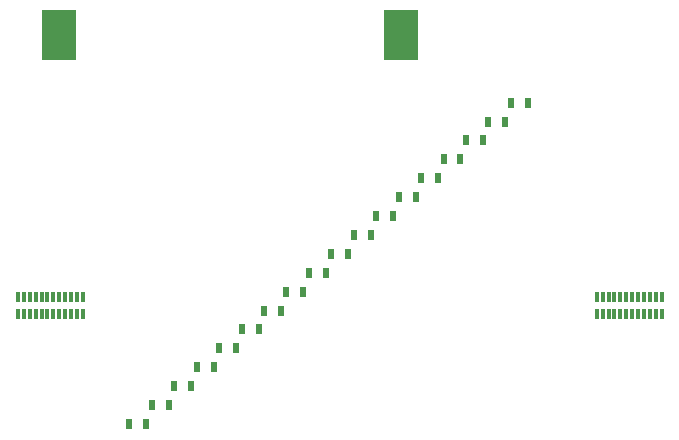
<source format=gbr>
%TF.GenerationSoftware,KiCad,Pcbnew,7.0.0-da2b9df05c~171~ubuntu22.04.1*%
%TF.CreationDate,2023-03-03T15:29:18-08:00*%
%TF.ProjectId,CAD,4341442e-6b69-4636-9164-5f7063625858,rev?*%
%TF.SameCoordinates,Original*%
%TF.FileFunction,Paste,Top*%
%TF.FilePolarity,Positive*%
%FSLAX46Y46*%
G04 Gerber Fmt 4.6, Leading zero omitted, Abs format (unit mm)*
G04 Created by KiCad (PCBNEW 7.0.0-da2b9df05c~171~ubuntu22.04.1) date 2023-03-03 15:29:18*
%MOMM*%
%LPD*%
G01*
G04 APERTURE LIST*
%ADD10R,0.300000X0.950013*%
%ADD11R,0.512132X0.950000*%
%ADD12R,3.000000X4.200000*%
G04 APERTURE END LIST*
D10*
%TO.C,J2*%
X161250926Y-117249935D03*
X161751053Y-117249935D03*
X162250926Y-117249935D03*
X162751053Y-117249935D03*
X163250926Y-117249935D03*
X163751053Y-117249935D03*
X164250926Y-117249935D03*
X164751053Y-117249935D03*
X165250926Y-117249935D03*
X165751053Y-117249935D03*
X166250926Y-117249935D03*
X166751053Y-117249935D03*
X166751079Y-118751587D03*
X166250952Y-118751587D03*
X165751079Y-118751587D03*
X165250952Y-118751587D03*
X164751079Y-118751587D03*
X164250952Y-118751587D03*
X163751079Y-118751587D03*
X163250952Y-118751587D03*
X162751079Y-118751587D03*
X162250952Y-118751587D03*
X161751079Y-118751587D03*
X161250952Y-118751587D03*
%TD*%
D11*
%TO.C,LED14*%
X147818933Y-107228570D03*
X146381065Y-107228570D03*
%TD*%
D12*
%TO.C,B1*%
X115714285Y-95142856D03*
X144714285Y-95142856D03*
%TD*%
D11*
%TO.C,LED12*%
X144018933Y-110428570D03*
X142581065Y-110428570D03*
%TD*%
%TO.C,LED13*%
X145918933Y-108828570D03*
X144481065Y-108828570D03*
%TD*%
%TO.C,LED4*%
X128818933Y-123228570D03*
X127381065Y-123228570D03*
%TD*%
%TO.C,LED11*%
X142118933Y-112028570D03*
X140681065Y-112028570D03*
%TD*%
%TO.C,LED1*%
X123118933Y-128028570D03*
X121681065Y-128028570D03*
%TD*%
%TO.C,LED6*%
X132618933Y-120028570D03*
X131181065Y-120028570D03*
%TD*%
%TO.C,LED17*%
X153518933Y-102428570D03*
X152081065Y-102428570D03*
%TD*%
%TO.C,LED7*%
X134518933Y-118428570D03*
X133081065Y-118428570D03*
%TD*%
%TO.C,LED3*%
X126918933Y-124828570D03*
X125481065Y-124828570D03*
%TD*%
%TO.C,LED10*%
X140218933Y-113628570D03*
X138781065Y-113628570D03*
%TD*%
D10*
%TO.C,J1*%
X112250926Y-117249935D03*
X112751053Y-117249935D03*
X113250926Y-117249935D03*
X113751053Y-117249935D03*
X114250926Y-117249935D03*
X114751053Y-117249935D03*
X115250926Y-117249935D03*
X115751053Y-117249935D03*
X116250926Y-117249935D03*
X116751053Y-117249935D03*
X117250926Y-117249935D03*
X117751053Y-117249935D03*
X117751079Y-118751587D03*
X117250952Y-118751587D03*
X116751079Y-118751587D03*
X116250952Y-118751587D03*
X115751079Y-118751587D03*
X115250952Y-118751587D03*
X114751079Y-118751587D03*
X114250952Y-118751587D03*
X113751079Y-118751587D03*
X113250952Y-118751587D03*
X112751079Y-118751587D03*
X112250952Y-118751587D03*
%TD*%
D11*
%TO.C,LED9*%
X138318933Y-115228570D03*
X136881065Y-115228570D03*
%TD*%
%TO.C,LED18*%
X155418933Y-100828570D03*
X153981065Y-100828570D03*
%TD*%
%TO.C,LED16*%
X151618933Y-104028570D03*
X150181065Y-104028570D03*
%TD*%
%TO.C,LED15*%
X149718933Y-105628570D03*
X148281065Y-105628570D03*
%TD*%
%TO.C,LED8*%
X136418933Y-116828570D03*
X134981065Y-116828570D03*
%TD*%
%TO.C,LED2*%
X125018933Y-126428570D03*
X123581065Y-126428570D03*
%TD*%
%TO.C,LED5*%
X130718933Y-121628570D03*
X129281065Y-121628570D03*
%TD*%
M02*

</source>
